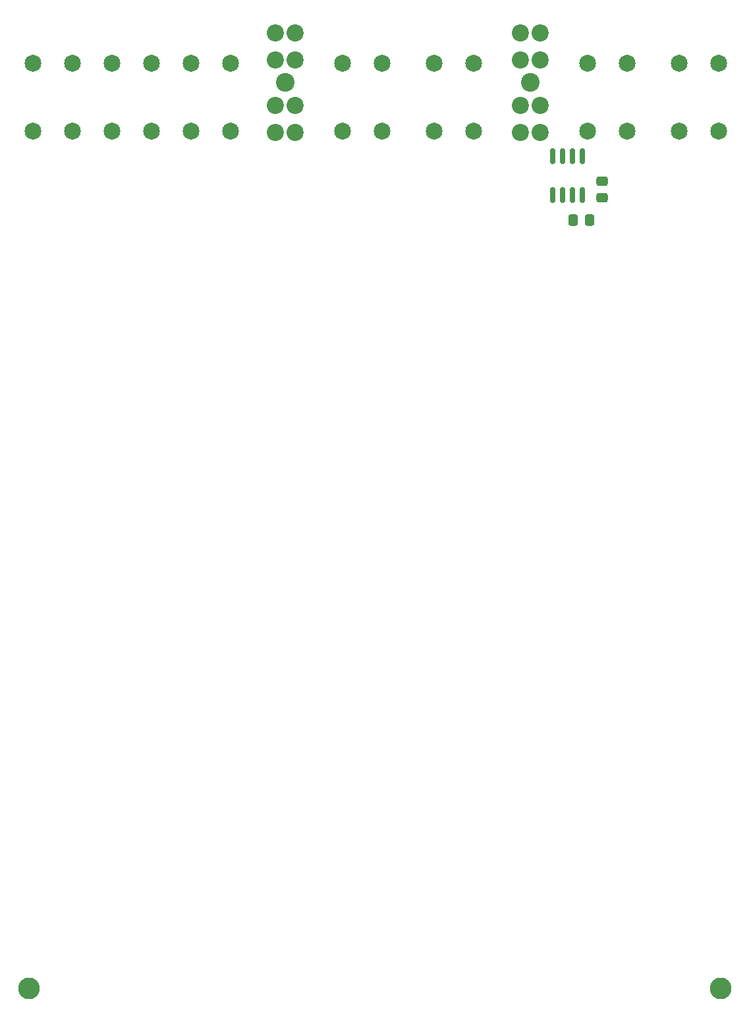
<source format=gbr>
%TF.GenerationSoftware,KiCad,Pcbnew,8.0.2*%
%TF.CreationDate,2025-02-23T04:32:52+01:00*%
%TF.ProjectId,meas,6d656173-2e6b-4696-9361-645f70636258,1.0.0*%
%TF.SameCoordinates,Original*%
%TF.FileFunction,Soldermask,Bot*%
%TF.FilePolarity,Negative*%
%FSLAX46Y46*%
G04 Gerber Fmt 4.6, Leading zero omitted, Abs format (unit mm)*
G04 Created by KiCad (PCBNEW 8.0.2) date 2025-02-23 04:32:52*
%MOMM*%
%LPD*%
G01*
G04 APERTURE LIST*
G04 Aperture macros list*
%AMRoundRect*
0 Rectangle with rounded corners*
0 $1 Rounding radius*
0 $2 $3 $4 $5 $6 $7 $8 $9 X,Y pos of 4 corners*
0 Add a 4 corners polygon primitive as box body*
4,1,4,$2,$3,$4,$5,$6,$7,$8,$9,$2,$3,0*
0 Add four circle primitives for the rounded corners*
1,1,$1+$1,$2,$3*
1,1,$1+$1,$4,$5*
1,1,$1+$1,$6,$7*
1,1,$1+$1,$8,$9*
0 Add four rect primitives between the rounded corners*
20,1,$1+$1,$2,$3,$4,$5,0*
20,1,$1+$1,$4,$5,$6,$7,0*
20,1,$1+$1,$6,$7,$8,$9,0*
20,1,$1+$1,$8,$9,$2,$3,0*%
G04 Aperture macros list end*
%ADD10C,2.400000*%
%ADD11C,2.200000*%
%ADD12C,2.800000*%
%ADD13C,2.162000*%
%ADD14RoundRect,0.150000X-0.150000X0.825000X-0.150000X-0.825000X0.150000X-0.825000X0.150000X0.825000X0*%
%ADD15RoundRect,0.250000X0.475000X-0.337500X0.475000X0.337500X-0.475000X0.337500X-0.475000X-0.337500X0*%
%ADD16RoundRect,0.250000X-0.337500X-0.475000X0.337500X-0.475000X0.337500X0.475000X-0.337500X0.475000X0*%
G04 APERTURE END LIST*
D10*
%TO.C,F1002*%
X188500000Y-55000000D03*
D11*
X187250000Y-61400000D03*
X189750000Y-61400000D03*
X187250000Y-57900000D03*
X189750000Y-57900000D03*
X187250000Y-52100000D03*
X189750000Y-52100000D03*
X187250000Y-48600000D03*
X189750000Y-48600000D03*
%TD*%
D12*
%TO.C,REF\u002A\u002A*%
X155550000Y-171430000D03*
%TD*%
D10*
%TO.C,F101*%
X220000000Y-55000000D03*
D11*
X221250000Y-48600000D03*
X218750000Y-48600000D03*
X221250000Y-52100000D03*
X218750000Y-52100000D03*
X221250000Y-57900000D03*
X218750000Y-57900000D03*
X221250000Y-61400000D03*
X218750000Y-61400000D03*
%TD*%
D13*
%TO.C,J105*%
X212750000Y-61200000D03*
X212750000Y-52500000D03*
X207670000Y-61200000D03*
X207670000Y-52500000D03*
%TD*%
D12*
%TO.C,REF\u002A\u002A*%
X244450000Y-171430000D03*
%TD*%
D13*
%TO.C,J101*%
X181500000Y-61200000D03*
X181500000Y-52500000D03*
X176420000Y-61200000D03*
X176420000Y-52500000D03*
X171340000Y-61200000D03*
X171340000Y-52500000D03*
X166260000Y-61200000D03*
X166260000Y-52500000D03*
X161180000Y-61200000D03*
X161180000Y-52500000D03*
X156100000Y-61200000D03*
X156100000Y-52500000D03*
%TD*%
%TO.C,J104*%
X232500000Y-61200000D03*
X232500000Y-52500000D03*
X227420000Y-61200000D03*
X227420000Y-52500000D03*
%TD*%
%TO.C,J103*%
X244250000Y-61200000D03*
X244250000Y-52500000D03*
X239170000Y-61200000D03*
X239170000Y-52500000D03*
%TD*%
%TO.C,J102*%
X201000000Y-61200000D03*
X201000000Y-52500000D03*
X195920000Y-61200000D03*
X195920000Y-52500000D03*
%TD*%
D14*
%TO.C,U901*%
X222860000Y-64485000D03*
X224130000Y-64485000D03*
X225400000Y-64485000D03*
X226670000Y-64485000D03*
X226670000Y-69435000D03*
X225400000Y-69435000D03*
X224130000Y-69435000D03*
X222860000Y-69435000D03*
%TD*%
D15*
%TO.C,C901*%
X229210000Y-69775500D03*
X229210000Y-67700500D03*
%TD*%
D16*
%TO.C,C902*%
X225532500Y-72675000D03*
X227607500Y-72675000D03*
%TD*%
M02*

</source>
